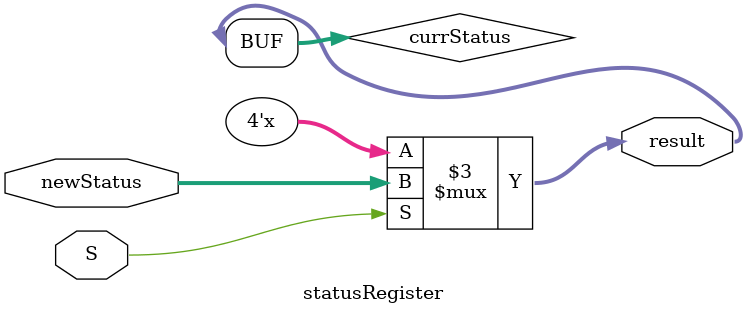
<source format=v>

module statusRegister(S, newStatus, result);
	input S;
	input[3:0] newStatus;
	output[3:0] result;

	reg[3:0] currStatus;

	always @(S, newStatus) begin 
		if (S) begin currStatus = newStatus; end
	end

	assign result = currStatus;
endmodule
</source>
